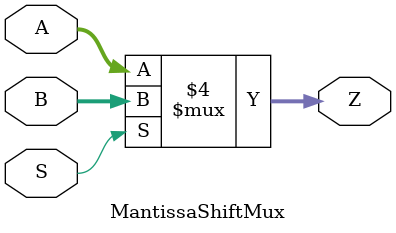
<source format=sv>
module MantissaShiftMux
(
    input [9:0] A, B,
    input S,
    output [9:0] Z
);
    always_comb
    begin
        if (S == 1'b0)
            Z = A;
        else
            Z = B;
    end

endmodule

</source>
